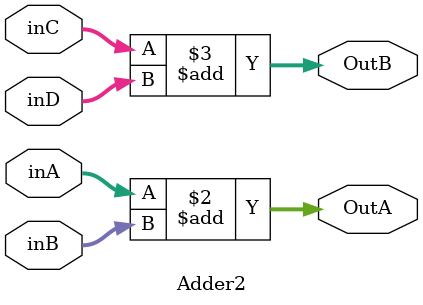
<source format=v>
`timescale 1ns / 1ps


module Adder2(
    input [13:0] inA,
    input [13:0] inB,
    input [13:0] inC,
    input [13:0] inD,
    output reg [13:0] OutA,
    output reg [13:0] OutB
);
    
    always @(*)begin
        OutA <= inA + inB;
        OutB <= inC + inD;
    end
    
endmodule
</source>
